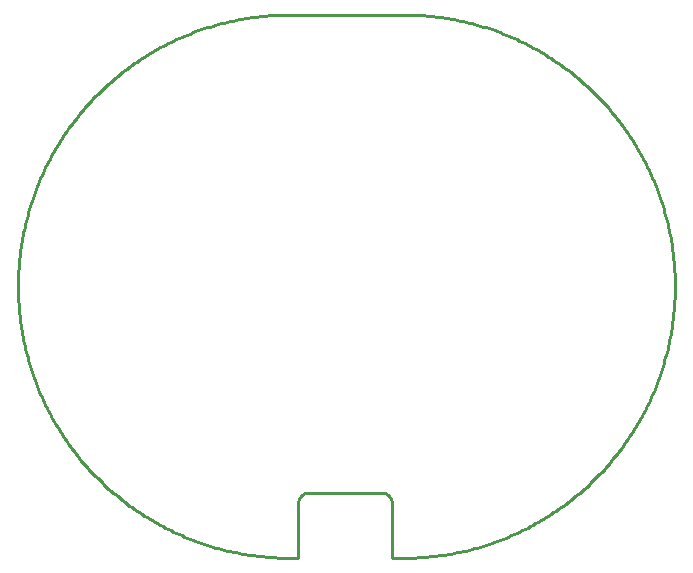
<source format=gm1>
G04*
G04 #@! TF.GenerationSoftware,Altium Limited,Altium Designer,22.5.1 (42)*
G04*
G04 Layer_Color=16711935*
%FSLAX25Y25*%
%MOIN*%
G70*
G04*
G04 #@! TF.SameCoordinates,9CEDE495-3556-4083-ABEA-689295A2F9E5*
G04*
G04*
G04 #@! TF.FilePolarity,Positive*
G04*
G01*
G75*
%ADD10C,0.01000*%
D10*
X165098Y127974D02*
X164125Y127820D01*
X163247Y127372D01*
X162550Y126676D01*
X162103Y125798D01*
X161949Y124824D01*
X193051D02*
X192897Y125798D01*
X192450Y126676D01*
X191753Y127372D01*
X190875Y127820D01*
X189902Y127974D01*
X161925Y106299D02*
X161949Y106323D01*
X165087Y127976D02*
X164117Y127823D01*
X163242Y127377D01*
X162548Y126683D01*
X162102Y125808D01*
X161949Y124838D01*
X193051Y124824D02*
X192897Y125798D01*
X192449Y126677D01*
X191752Y127374D01*
X190873Y127822D01*
X189899Y127976D01*
X193051Y106323D02*
X193075Y106299D01*
X196850Y106299D02*
X197852Y106305D01*
X198854Y106321D01*
X199855Y106349D01*
X200856Y106388D01*
X201856Y106438D01*
X202856Y106499D01*
X203855Y106570D01*
X204853Y106653D01*
X205850Y106747D01*
X206846Y106853D01*
X207841Y106969D01*
X208835Y107096D01*
X209827Y107234D01*
X210818Y107383D01*
X211806Y107543D01*
X212793Y107714D01*
X213778Y107896D01*
X214761Y108088D01*
X215742Y108292D01*
X216720Y108506D01*
X217696Y108731D01*
X218670Y108967D01*
X219641Y109214D01*
X220609Y109471D01*
X221574Y109740D01*
X222536Y110018D01*
X223495Y110308D01*
X224450Y110608D01*
X225403Y110918D01*
X226351Y111240D01*
X227297Y111571D01*
X228238Y111913D01*
X229176Y112266D01*
X230109Y112628D01*
X231039Y113001D01*
X231964Y113385D01*
X232885Y113778D01*
X233802Y114182D01*
X234714Y114596D01*
X235622Y115020D01*
X236525Y115453D01*
X237423Y115897D01*
X238316Y116351D01*
X239203Y116814D01*
X240086Y117288D01*
X240964Y117771D01*
X241836Y118264D01*
X242702Y118766D01*
X243563Y119278D01*
X244418Y119800D01*
X245268Y120331D01*
X246111Y120871D01*
X246949Y121420D01*
X247780Y121979D01*
X248605Y122547D01*
X249424Y123124D01*
X250236Y123710D01*
X251042Y124305D01*
X251841Y124909D01*
X252633Y125522D01*
X253419Y126143D01*
X254198Y126773D01*
X254969Y127412D01*
X255734Y128059D01*
X256491Y128714D01*
X257241Y129378D01*
X257984Y130050D01*
X258719Y130731D01*
X259447Y131419D01*
X260167Y132116D01*
X260879Y132820D01*
X261583Y133532D01*
X262279Y134252D01*
X262968Y134979D01*
X263648Y135715D01*
X264320Y136457D01*
X264984Y137207D01*
X265640Y137965D01*
X266287Y138729D01*
X266926Y139501D01*
X267556Y140279D01*
X268177Y141065D01*
X268790Y141857D01*
X269394Y142657D01*
X269989Y143462D01*
X270575Y144274D01*
X271152Y145093D01*
X271720Y145918D01*
X272279Y146750D01*
X272828Y147587D01*
X273369Y148430D01*
X273900Y149280D01*
X274421Y150135D01*
X274933Y150996D01*
X275435Y151862D01*
X275928Y152734D01*
X276411Y153612D01*
X276885Y154495D01*
X277348Y155383D01*
X277802Y156275D01*
X278246Y157173D01*
X278680Y158076D01*
X279104Y158984D01*
X279518Y159896D01*
X279921Y160812D01*
X280315Y161734D01*
X280698Y162659D01*
X281071Y163589D01*
X281434Y164522D01*
X281786Y165460D01*
X282129Y166401D01*
X282460Y167346D01*
X282781Y168295D01*
X283092Y169247D01*
X283392Y170203D01*
X283681Y171162D01*
X283960Y172124D01*
X284228Y173089D01*
X284486Y174057D01*
X284733Y175028D01*
X284969Y176001D01*
X285194Y176977D01*
X285408Y177956D01*
X285612Y178937D01*
X285805Y179919D01*
X285986Y180904D01*
X286157Y181891D01*
X286317Y182880D01*
X286467Y183871D01*
X286605Y184863D01*
X286732Y185856D01*
X286848Y186851D01*
X286953Y187847D01*
X287047Y188845D01*
X287130Y189843D01*
X287202Y190842D01*
X287263Y191842D01*
X287313Y192842D01*
X287352Y193843D01*
X287379Y194844D01*
X287396Y195846D01*
X287402Y196847D01*
X287396Y197849D01*
X287380Y198850D01*
X287352Y199852D01*
X287313Y200852D01*
X287263Y201853D01*
X287202Y202853D01*
X287130Y203852D01*
X287048Y204850D01*
X286953Y205847D01*
X286848Y206843D01*
X286732Y207838D01*
X286605Y208832D01*
X286467Y209824D01*
X286318Y210814D01*
X286158Y211803D01*
X285988Y212790D01*
X285806Y213775D01*
X285613Y214758D01*
X285410Y215739D01*
X285195Y216717D01*
X284970Y217693D01*
X284734Y218667D01*
X284488Y219638D01*
X284230Y220606D01*
X283962Y221571D01*
X283683Y222533D01*
X283394Y223492D01*
X283094Y224447D01*
X282783Y225400D01*
X282462Y226348D01*
X282131Y227294D01*
X281789Y228235D01*
X281436Y229173D01*
X281074Y230106D01*
X280701Y231036D01*
X280317Y231961D01*
X279924Y232882D01*
X279520Y233799D01*
X279106Y234711D01*
X278683Y235619D01*
X278249Y236522D01*
X277805Y237420D01*
X277351Y238313D01*
X276888Y239201D01*
X276414Y240083D01*
X275931Y240961D01*
X275438Y241833D01*
X274936Y242699D01*
X274424Y243560D01*
X273903Y244416D01*
X273372Y245265D01*
X272832Y246109D01*
X272282Y246946D01*
X271723Y247777D01*
X271156Y248602D01*
X270579Y249421D01*
X269992Y250233D01*
X269397Y251039D01*
X268794Y251838D01*
X268181Y252631D01*
X267560Y253416D01*
X266930Y254195D01*
X266291Y254967D01*
X265644Y255731D01*
X264988Y256489D01*
X264324Y257239D01*
X263652Y257981D01*
X262972Y258717D01*
X262284Y259444D01*
X261587Y260164D01*
X260883Y260876D01*
X260171Y261581D01*
X259451Y262277D01*
X258723Y262966D01*
X257988Y263646D01*
X257246Y264318D01*
X256496Y264982D01*
X255738Y265638D01*
X254974Y266285D01*
X254202Y266924D01*
X253424Y267554D01*
X252638Y268175D01*
X251846Y268788D01*
X251047Y269392D01*
X250241Y269987D01*
X249429Y270573D01*
X248610Y271150D01*
X247785Y271718D01*
X246954Y272277D01*
X246116Y272827D01*
X245273Y273367D01*
X244424Y273898D01*
X243568Y274419D01*
X242707Y274931D01*
X241841Y275434D01*
X240969Y275927D01*
X240092Y276410D01*
X239209Y276883D01*
X238321Y277347D01*
X237428Y277801D01*
X236530Y278245D01*
X235627Y278679D01*
X234720Y279102D01*
X233808Y279516D01*
X232891Y279920D01*
X231970Y280314D01*
X231045Y280697D01*
X230115Y281070D01*
X229181Y281433D01*
X228244Y281785D01*
X227302Y282127D01*
X226357Y282459D01*
X225409Y282780D01*
X224456Y283091D01*
X223501Y283391D01*
X222542Y283681D01*
X221580Y283959D01*
X220615Y284228D01*
X219647Y284485D01*
X218676Y284732D01*
X217702Y284968D01*
X216726Y285193D01*
X215748Y285408D01*
X214767Y285611D01*
X213784Y285804D01*
X212799Y285986D01*
X211812Y286157D01*
X210824Y286317D01*
X209833Y286466D01*
X208841Y286604D01*
X207847Y286731D01*
X206853Y286847D01*
X205856Y286952D01*
X204859Y287047D01*
X203861Y287130D01*
X202862Y287202D01*
X201862Y287263D01*
X200862Y287313D01*
X199861Y287351D01*
X198860Y287379D01*
X197858Y287396D01*
X196857Y287402D01*
X196850D01*
X159017Y287402D02*
X158016Y287396D01*
X157014Y287379D01*
X156013Y287352D01*
X155012Y287313D01*
X154011Y287263D01*
X153012Y287202D01*
X152013Y287130D01*
X151014Y287047D01*
X150017Y286953D01*
X149021Y286848D01*
X148026Y286732D01*
X147032Y286605D01*
X146040Y286467D01*
X145050Y286318D01*
X144061Y286158D01*
X143074Y285987D01*
X142089Y285805D01*
X141106Y285612D01*
X140125Y285409D01*
X139147Y285194D01*
X138171Y284969D01*
X137197Y284733D01*
X136226Y284487D01*
X135258Y284229D01*
X134293Y283961D01*
X133331Y283682D01*
X132372Y283393D01*
X131417Y283093D01*
X130464Y282782D01*
X129516Y282461D01*
X128570Y282129D01*
X127629Y281787D01*
X126691Y281435D01*
X125758Y281072D01*
X124828Y280699D01*
X123903Y280316D01*
X122982Y279922D01*
X122065Y279519D01*
X121153Y279105D01*
X120245Y278681D01*
X119342Y278247D01*
X118444Y277803D01*
X117551Y277349D01*
X116663Y276886D01*
X115781Y276412D01*
X114903Y275929D01*
X114031Y275436D01*
X113164Y274934D01*
X112304Y274422D01*
X111448Y273901D01*
X110599Y273370D01*
X109756Y272829D01*
X108918Y272280D01*
X108087Y271721D01*
X107262Y271153D01*
X106443Y270576D01*
X105631Y269990D01*
X104825Y269395D01*
X104026Y268791D01*
X103233Y268178D01*
X102448Y267557D01*
X101669Y266927D01*
X100897Y266288D01*
X100133Y265641D01*
X99375Y264985D01*
X98625Y264321D01*
X97883Y263649D01*
X97148Y262969D01*
X96420Y262280D01*
X95700Y261584D01*
X94988Y260880D01*
X94283Y260167D01*
X93587Y259448D01*
X92899Y258720D01*
X92218Y257985D01*
X91546Y257242D01*
X90882Y256492D01*
X90227Y255735D01*
X89579Y254970D01*
X88941Y254199D01*
X88311Y253420D01*
X87689Y252634D01*
X87077Y251842D01*
X86473Y251043D01*
X85878Y250237D01*
X85292Y249425D01*
X84715Y248606D01*
X84147Y247781D01*
X83588Y246949D01*
X83038Y246112D01*
X82498Y245268D01*
X81967Y244419D01*
X81446Y243564D01*
X80934Y242703D01*
X80431Y241836D01*
X79938Y240964D01*
X79455Y240087D01*
X78982Y239204D01*
X78518Y238316D01*
X78064Y237423D01*
X77621Y236525D01*
X77187Y235622D01*
X76763Y234715D01*
X76349Y233803D01*
X75945Y232886D01*
X75552Y231965D01*
X75168Y231039D01*
X74795Y230110D01*
X74433Y229176D01*
X74080Y228238D01*
X73738Y227297D01*
X73407Y226352D01*
X73086Y225403D01*
X72775Y224451D01*
X72475Y223495D01*
X72185Y222536D01*
X71907Y221574D01*
X71639Y220609D01*
X71381Y219641D01*
X71134Y218670D01*
X70898Y217696D01*
X70673Y216721D01*
X70459Y215742D01*
X70255Y214761D01*
X70063Y213778D01*
X69881Y212793D01*
X69710Y211806D01*
X69550Y210818D01*
X69401Y209827D01*
X69263Y208835D01*
X69136Y207841D01*
X69020Y206846D01*
X68915Y205850D01*
X68820Y204853D01*
X68737Y203855D01*
X68665Y202856D01*
X68605Y201856D01*
X68555Y200855D01*
X68516Y199855D01*
X68488Y198853D01*
X68472Y197852D01*
X68466Y196850D01*
X68472Y195848D01*
X68488Y194847D01*
X68516Y193846D01*
X68555Y192845D01*
X68605Y191844D01*
X68665Y190844D01*
X68738Y189845D01*
X68821Y188847D01*
X68915Y187850D01*
X69020Y186854D01*
X69136Y185859D01*
X69263Y184865D01*
X69401Y183873D01*
X69550Y182883D01*
X69710Y181894D01*
X69881Y180907D01*
X70063Y179922D01*
X70255Y178939D01*
X70459Y177958D01*
X70673Y176980D01*
X70898Y176004D01*
X71135Y175030D01*
X71381Y174059D01*
X71639Y173091D01*
X71907Y172126D01*
X72186Y171164D01*
X72475Y170205D01*
X72775Y169249D01*
X73086Y168297D01*
X73407Y167348D01*
X73738Y166403D01*
X74080Y165462D01*
X74433Y164524D01*
X74796Y163590D01*
X75169Y162661D01*
X75552Y161735D01*
X75946Y160814D01*
X76349Y159898D01*
X76763Y158985D01*
X77187Y158078D01*
X77621Y157175D01*
X78065Y156277D01*
X78518Y155384D01*
X78982Y154496D01*
X79456Y153613D01*
X79939Y152736D01*
X80431Y151864D01*
X80934Y150997D01*
X81446Y150136D01*
X81967Y149281D01*
X82498Y148432D01*
X83039Y147588D01*
X83588Y146751D01*
X84147Y145920D01*
X84715Y145095D01*
X85292Y144276D01*
X85878Y143463D01*
X86473Y142658D01*
X87077Y141858D01*
X87690Y141066D01*
X88311Y140280D01*
X88941Y139502D01*
X89580Y138730D01*
X90227Y137966D01*
X90883Y137208D01*
X91547Y136458D01*
X92219Y135716D01*
X92899Y134980D01*
X93587Y134253D01*
X94284Y133533D01*
X94988Y132821D01*
X95701Y132116D01*
X96421Y131420D01*
X97148Y130731D01*
X97883Y130051D01*
X98626Y129379D01*
X99376Y128715D01*
X100133Y128059D01*
X100898Y127412D01*
X101670Y126774D01*
X102448Y126144D01*
X103234Y125522D01*
X104026Y124909D01*
X104825Y124306D01*
X105631Y123711D01*
X106444Y123125D01*
X107262Y122547D01*
X108087Y121979D01*
X108919Y121421D01*
X109756Y120871D01*
X110600Y120331D01*
X111449Y119800D01*
X112304Y119279D01*
X113165Y118766D01*
X114032Y118264D01*
X114904Y117771D01*
X115781Y117288D01*
X116664Y116815D01*
X117552Y116351D01*
X118445Y115897D01*
X119343Y115454D01*
X120246Y115020D01*
X121153Y114596D01*
X122065Y114182D01*
X122982Y113778D01*
X123903Y113385D01*
X124829Y113001D01*
X125758Y112628D01*
X126692Y112266D01*
X127630Y111913D01*
X128571Y111571D01*
X129516Y111240D01*
X130465Y110918D01*
X131417Y110608D01*
X132373Y110308D01*
X133332Y110019D01*
X134294Y109740D01*
X135259Y109471D01*
X136227Y109214D01*
X137198Y108967D01*
X138172Y108731D01*
X139147Y108506D01*
X140126Y108292D01*
X141107Y108088D01*
X142090Y107896D01*
X143075Y107714D01*
X144062Y107543D01*
X145050Y107383D01*
X146041Y107234D01*
X147033Y107096D01*
X148027Y106969D01*
X149021Y106853D01*
X150017Y106748D01*
X151015Y106653D01*
X152013Y106570D01*
X153012Y106499D01*
X154012Y106438D01*
X155012Y106388D01*
X156013Y106349D01*
X157014Y106321D01*
X158016Y106305D01*
X159017Y106299D01*
X161949Y106323D02*
Y124824D01*
X193051Y106323D02*
Y124824D01*
X165087Y127976D02*
X189899D01*
X159017Y106299D02*
X161925D01*
X161949Y106323D02*
Y124838D01*
X165087Y127976D02*
X189899D01*
X193051Y106323D02*
Y124824D01*
X193075Y106299D02*
X196850D01*
X159017Y287402D02*
X196850D01*
M02*

</source>
